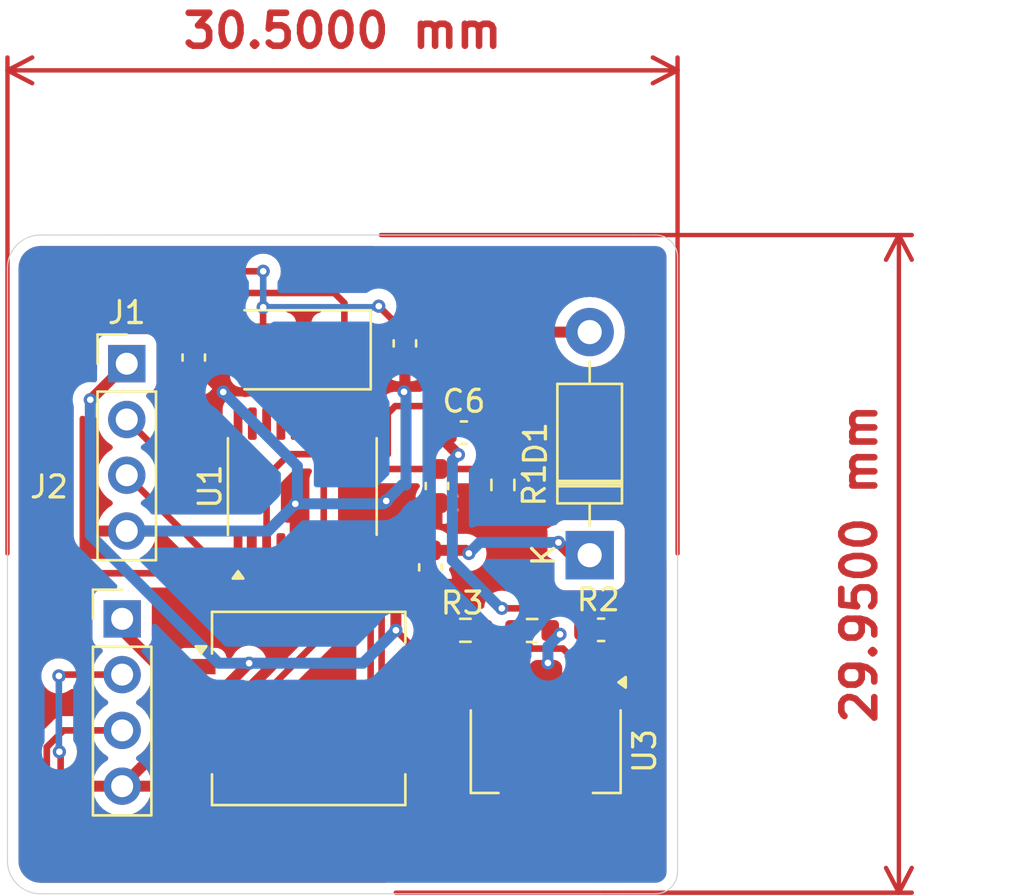
<source format=kicad_pcb>
(kicad_pcb (version 20240108) (generator "pcbnew") (generator_version "8.0")
  (layers (0 "F.Cu" signal) (31 "B.Cu" signal) (34 "B.Paste" user) (35 "F.Paste" user) (36 "B.SilkS" user "B.Silkscreen") (37 "F.SilkS" user "F.Silkscreen") (38 "B.Mask" user) (39 "F.Mask" user) (44 "Edge.Cuts" user))
  (net 0 "")
  (net 1 "GND")
  (net 2 "+5V")
  (net 3 "Net-(U1-PA0)")
  (net 4 "Net-(U1-PC14{slash}PB9)")
  (net 5 "Net-(U1-PC15)")
  (net 6 "UART1_RX")
  (net 7 "UART1_TX")
  (net 8 "UART2_RX")
  (net 9 "UART2_TX")
  (net 26 "Net-(U3-ADJ)")
  (net 27 "3.3V")
  (net 28 "+3.3V")
  (footprint "Capacitor_SMD:C_0603_1608Metric" (layer "F.Cu") (at 118.275 81)
    (property "Reference" "C6" (at 0 -1.43 0) (layer "F.SilkS"))
    (property "Value" "22uF")
    (fp_line (start -0.14058 -0.51) (end 0.14058 -0.51) (stroke (width 0.12)) (layer "F.SilkS"))
    (fp_line (start -0.14058 0.51) (end 0.14058 0.51) (stroke (width 0.12)) (layer "F.SilkS"))
    (pad "1" smd roundrect (at -0.775 0) (size 0.9 0.95) (layers "F.Cu" "F.Paste" "F.Mask") (net 27 "3.3V"))
    (pad "2" smd roundrect (at 0.775 0) (size 0.9 0.95) (layers "F.Cu" "F.Paste" "F.Mask") (net 1 "GND"))
  )
  (footprint "Diode_THT:D_DO-41_SOD81_P10.16mm_Horizontal" (layer "F.Cu") (at 124 86.58 90)
    (property "Reference" "D1" (at 5.08 -2.47 270) (layer "F.SilkS"))
    (property "Value" "1N4007")
    (fp_line (start 7.8 -1.47) (end 2.36 -1.47) (stroke (width 0.12)) (layer "F.SilkS"))
    (fp_line (start 3.38 -1.47) (end 3.38 1.47) (stroke (width 0.12)) (layer "F.SilkS"))
    (fp_line (start 3.26 -1.47) (end 3.26 1.47) (stroke (width 0.12)) (layer "F.SilkS"))
    (fp_line (start 3.14 -1.47) (end 3.14 1.47) (stroke (width 0.12)) (layer "F.SilkS"))
    (fp_line (start 2.36 -1.47) (end 2.36 1.47) (stroke (width 0.12)) (layer "F.SilkS"))
    (fp_line (start 8.82 0) (end 7.8 0) (stroke (width 0.12)) (layer "F.SilkS"))
    (fp_line (start 1.34 0) (end 2.36 0) (stroke (width 0.12)) (layer "F.SilkS"))
    (fp_line (start 7.8 1.47) (end 7.8 -1.47) (stroke (width 0.12)) (layer "F.SilkS"))
    (fp_line (start 2.36 1.47) (end 7.8 1.47) (stroke (width 0.12)) (layer "F.SilkS"))
    (fp_text user "K" (at 0 -2.1 270) (layer "F.SilkS"))
    (pad "1" thru_hole rect (at 0 0 90) (size 2.2 2.2) (drill 1.1) (layers "*.Cu" "*.Mask") (net 2 "+5V"))
    (pad "2" thru_hole oval (at 10.16 0 90) (size 2.2 2.2) (drill 1.1) (layers "*.Cu" "*.Mask") (net 27 "3.3V"))
  )
  (footprint "Resistor_SMD:R_0603_1608Metric" (layer "F.Cu") (at 118.345 90 180)
    (property "Reference" "R3" (at 0.145 1.24 180) (layer "F.SilkS"))
    (property "Value" "R")
    (fp_line (start -0.237258 0.5225) (end 0.237258 0.5225) (stroke (width 0.12)) (layer "F.SilkS"))
    (fp_line (start -0.237258 -0.5225) (end 0.237258 -0.5225) (stroke (width 0.12)) (layer "F.SilkS"))
    (pad "1" smd roundrect (at -0.825 0 180) (size 0.8 0.95) (layers "F.Cu" "F.Paste" "F.Mask") (net 26 "Net-(U3-ADJ)"))
    (pad "2" smd roundrect (at 0.825 0 180) (size 0.8 0.95) (layers "F.Cu" "F.Paste" "F.Mask") (net 1 "GND"))
  )
  (footprint "Package_SO:TSSOP-20_4.4x6.5mm_P0.65mm" (layer "F.Cu") (at 110.92 83.4525 90)
    (property "Reference" "U1" (at 0 -4.2 -90) (layer "F.SilkS"))
    (property "Value" "STM32G030F6Px" (hide yes))
    (fp_line (start 0 -3.385) (end 2.2 -3.385) (stroke (width 0.12)) (layer "F.SilkS"))
    (fp_line (start 0 -3.385) (end -2.2 -3.385) (stroke (width 0.12)) (layer "F.SilkS"))
    (fp_line (start 0 3.385) (end 2.2 3.385) (stroke (width 0.12)) (layer "F.SilkS"))
    (fp_line (start 0 3.385) (end -2.2 3.385) (stroke (width 0.12)) (layer "F.SilkS"))
    (fp_poly (pts (xy -3.86 -2.925) (xy -4.19 -3.165) (xy -4.19 -2.685) (xy -3.86 -2.925)) (stroke (width 0.12)) (fill solid) (layer "F.SilkS"))
    (pad "1" smd roundrect (at -2.8625 -2.925 90) (size 1.475 0.4) (layers "F.Cu" "F.Paste" "F.Mask") (net 6 "UART1_RX"))
    (pad "2" smd roundrect (at -2.8625 -2.275 90) (size 1.475 0.4) (layers "F.Cu" "F.Paste" "F.Mask") (net 4 "Net-(U1-PC14{slash}PB9)"))
    (pad "3" smd roundrect (at -2.8625 -1.625 90) (size 1.475 0.4) (layers "F.Cu" "F.Paste" "F.Mask") (net 5 "Net-(U1-PC15)"))
    (pad "4" smd roundrect (at -2.8625 -0.975 90) (size 1.475 0.4) (layers "F.Cu" "F.Paste" "F.Mask") (net 28 "+3.3V"))
    (pad "5" smd roundrect (at -2.8625 -0.325 90) (size 1.475 0.4) (layers "F.Cu" "F.Paste" "F.Mask") (net 1 "GND"))
    (pad "6" smd roundrect (at -2.8625 0.325 90) (size 1.475 0.4) (layers "F.Cu" "F.Paste" "F.Mask"))
    (pad "7" smd roundrect (at -2.8625 0.975 90) (size 1.475 0.4) (layers "F.Cu" "F.Paste" "F.Mask") (net 3 "Net-(U1-PA0)"))
    (pad "8" smd roundrect (at -2.8625 1.625 90) (size 1.475 0.4) (layers "F.Cu" "F.Paste" "F.Mask"))
    (pad "9" smd roundrect (at -2.8625 2.275 90) (size 1.475 0.4) (layers "F.Cu" "F.Paste" "F.Mask") (net 9 "UART2_TX"))
    (pad "10" smd roundrect (at -2.8625 2.925 90) (size 1.475 0.4) (layers "F.Cu" "F.Paste" "F.Mask") (net 8 "UART2_RX"))
    (pad "11" smd roundrect (at 2.8625 2.925 90) (size 1.475 0.4) (layers "F.Cu" "F.Paste" "F.Mask"))
    (pad "12" smd roundrect (at 2.8625 2.275 90) (size 1.475 0.4) (layers "F.Cu" "F.Paste" "F.Mask"))
    (pad "13" smd roundrect (at 2.8625 1.625 90) (size 1.475 0.4) (layers "F.Cu" "F.Paste" "F.Mask"))
    (pad "14" smd roundrect (at 2.8625 0.975 90) (size 1.475 0.4) (layers "F.Cu" "F.Paste" "F.Mask"))
    (pad "15" smd roundrect (at 2.8625 0.325 90) (size 1.475 0.4) (layers "F.Cu" "F.Paste" "F.Mask"))
    (pad "16" smd roundrect (at 2.8625 -0.325 90) (size 1.475 0.4) (layers "F.Cu" "F.Paste" "F.Mask"))
    (pad "17" smd roundrect (at 2.8625 -0.975 90) (size 1.475 0.4) (layers "F.Cu" "F.Paste" "F.Mask"))
    (pad "18" smd roundrect (at 2.8625 -1.625 90) (size 1.475 0.4) (layers "F.Cu" "F.Paste" "F.Mask"))
    (pad "19" smd roundrect (at 2.8625 -2.275 90) (size 1.475 0.4) (layers "F.Cu" "F.Paste" "F.Mask"))
    (pad "20" smd roundrect (at 2.8625 -2.925 90) (size 1.475 0.4) (layers "F.Cu" "F.Paste" "F.Mask") (net 7 "UART1_TX"))
  )
  (footprint "Connector_PinHeader_2.54mm:PinHeader_1x04_P2.54mm_Vertical" (layer "F.Cu") (at 102.93 77.86)
    (property "Reference" "J1" (at 0 -2.33 0) (layer "F.SilkS"))
    (property "Value" "Conn_01x04_Pin")
    (fp_line (start -1.33 -1.33) (end 0 -1.33) (stroke (width 0.12)) (layer "F.SilkS"))
    (fp_line (start -1.33 0) (end -1.33 -1.33) (stroke (width 0.12)) (layer "F.SilkS"))
    (fp_line (start -1.33 1.27) (end -1.33 8.95) (stroke (width 0.12)) (layer "F.SilkS"))
    (fp_line (start -1.33 1.27) (end 1.33 1.27) (stroke (width 0.12)) (layer "F.SilkS"))
    (fp_line (start -1.33 8.95) (end 1.33 8.95) (stroke (width 0.12)) (layer "F.SilkS"))
    (fp_line (start 1.33 1.27) (end 1.33 8.95) (stroke (width 0.12)) (layer "F.SilkS"))
    (pad "1" thru_hole rect (at 0 0) (size 1.7 1.7) (drill 1) (layers "*.Cu" "*.Mask") (net 2 "+5V"))
    (pad "2" thru_hole oval (at 0 2.54) (size 1.7 1.7) (drill 1) (layers "*.Cu" "*.Mask") (net 7 "UART1_TX"))
    (pad "3" thru_hole oval (at 0 5.08) (size 1.7 1.7) (drill 1) (layers "*.Cu" "*.Mask") (net 6 "UART1_RX"))
    (pad "4" thru_hole oval (at 0 7.62) (size 1.7 1.7) (drill 1) (layers "*.Cu" "*.Mask") (net 1 "GND"))
  )
  (footprint "Package_TO_SOT_SMD:SOT-223-3_TabPin2" (layer "F.Cu") (at 122 95.5 -90)
    (property "Reference" "U3" (at 0 -4.5 90) (layer "F.SilkS"))
    (property "Value" "AMS1117")
    (fp_line (start -1.85 3.41) (end 1.91 3.41) (stroke (width 0.12)) (layer "F.SilkS"))
    (fp_line (start 1.91 3.41) (end 1.91 2.15) (stroke (width 0.12)) (layer "F.SilkS"))
    (fp_line (start -1.85 -3.41) (end 1.91 -3.41) (stroke (width 0.12)) (layer "F.SilkS"))
    (fp_line (start 1.91 -3.41) (end 1.91 -2.15) (stroke (width 0.12)) (layer "F.SilkS"))
    (fp_poly (pts (xy -3.13 -3.31) (xy -3.37 -3.64) (xy -2.89 -3.64) (xy -3.13 -3.31)) (stroke (width 0.12)) (fill solid) (layer "F.SilkS"))
    (pad "1" smd roundrect (at -3.15 -2.3 270) (size 2 1.5) (layers "F.Cu" "F.Paste" "F.Mask") (net 26 "Net-(U3-ADJ)"))
    (pad "2" smd roundrect (at -3.15 0 270) (size 2 1.5) (layers "F.Cu" "F.Paste" "F.Mask") (net 27 "3.3V"))
    (pad "2" smd roundrect (at 3.15 0 270) (size 2 3.8) (layers "F.Cu" "F.Paste" "F.Mask") (net 27 "3.3V"))
    (pad "3" smd roundrect (at -3.15 2.3 270) (size 2 1.5) (layers "F.Cu" "F.Paste" "F.Mask") (net 2 "+5V"))
  )
  (footprint "Capacitor_SMD:C_0603_1608Metric" (layer "F.Cu") (at 116.75 87.135 -90)
    (property "Reference" "C1" (hide yes))
    (property "Value" "100nf")
    (fp_line (start -0.14058 0.51) (end 0.14058 0.51) (stroke (width 0.12)) (layer "F.SilkS"))
    (fp_line (start -0.14058 -0.51) (end 0.14058 -0.51) (stroke (width 0.12)) (layer "F.SilkS"))
    (pad "1" smd roundrect (at -0.775 0 270) (size 0.9 0.95) (layers "F.Cu" "F.Paste" "F.Mask") (net 2 "+5V"))
    (pad "2" smd roundrect (at 0.775 0 270) (size 0.9 0.95) (layers "F.Cu" "F.Paste" "F.Mask") (net 1 "GND"))
  )
  (footprint "Connector_PinHeader_2.54mm:PinHeader_1x04_P2.54mm_Vertical" (layer "F.Cu") (at 102.72 89.48)
    (property "Reference" "J2" (at -3.33 -6.01 0) (layer "F.SilkS"))
    (property "Value" "Conn_01x04_Pin" (hide yes))
    (fp_line (start -1.33 -1.33) (end 0 -1.33) (stroke (width 0.12)) (layer "F.SilkS"))
    (fp_line (start -1.33 0) (end -1.33 -1.33) (stroke (width 0.12)) (layer "F.SilkS"))
    (fp_line (start -1.33 1.27) (end -1.33 8.95) (stroke (width 0.12)) (layer "F.SilkS"))
    (fp_line (start -1.33 1.27) (end 1.33 1.27) (stroke (width 0.12)) (layer "F.SilkS"))
    (fp_line (start -1.33 8.95) (end 1.33 8.95) (stroke (width 0.12)) (layer "F.SilkS"))
    (fp_line (start 1.33 1.27) (end 1.33 8.95) (stroke (width 0.12)) (layer "F.SilkS"))
    (pad "1" thru_hole rect (at 0 0) (size 1.7 1.7) (drill 1) (layers "*.Cu" "*.Mask") (net 2 "+5V"))
    (pad "2" thru_hole oval (at 0 2.54) (size 1.7 1.7) (drill 1) (layers "*.Cu" "*.Mask") (net 9 "UART2_TX"))
    (pad "3" thru_hole oval (at 0 5.08) (size 1.7 1.7) (drill 1) (layers "*.Cu" "*.Mask") (net 8 "UART2_RX"))
    (pad "4" thru_hole oval (at 0 7.62) (size 1.7 1.7) (drill 1) (layers "*.Cu" "*.Mask") (net 1 "GND"))
  )
  (footprint "Sensor_Pressure:Freescale_98ARH99089A" (layer "F.Cu") (at 111.21 93.56)
    (property "Reference" "U2" (hide yes))
    (property "Value" "MPXA6115A")
    (fp_line (start -4.4 -4.4) (end -4.4 -2.5) (stroke (width 0.12)) (layer "F.SilkS"))
    (fp_line (start -4.4 4.4) (end -4.4 3) (stroke (width 0.12)) (layer "F.SilkS"))
    (fp_line (start 4.4 -4.4) (end -4.4 -4.4) (stroke (width 0.12)) (layer "F.SilkS"))
    (fp_line (start 4.4 -3) (end 4.4 -4.4) (stroke (width 0.12)) (layer "F.SilkS"))
    (fp_line (start 4.4 3) (end 4.4 4.4) (stroke (width 0.12)) (layer "F.SilkS"))
    (fp_line (start 4.4 4.4) (end -4.4 4.4) (stroke (width 0.12)) (layer "F.SilkS"))
    (fp_poly (pts (xy -4.9 -2.5) (xy -5.14 -2.83) (xy -4.66 -2.83) (xy -4.9 -2.5)) (stroke (width 0.12)) (fill solid) (layer "F.SilkS"))
    (pad "1" smd rect (at -4.9149 -1.905) (size 1.35 0.7) (layers "F.Cu" "F.Paste" "F.Mask"))
    (pad "2" smd rect (at -4.9149 -0.635) (size 1.35 0.7) (layers "F.Cu" "F.Paste" "F.Mask") (net 2 "+5V"))
    (pad "3" smd rect (at -4.9149 0.635) (size 1.35 0.7) (layers "F.Cu" "F.Paste" "F.Mask") (net 1 "GND"))
    (pad "4" smd rect (at -4.9149 1.905) (size 1.35 0.7) (layers "F.Cu" "F.Paste" "F.Mask") (net 3 "Net-(U1-PA0)"))
    (pad "5" smd rect (at 4.9149 1.905) (size 1.35 0.7) (layers "F.Cu" "F.Paste" "F.Mask"))
    (pad "6" smd rect (at 4.9149 0.635) (size 1.35 0.7) (layers "F.Cu" "F.Paste" "F.Mask"))
    (pad "7" smd rect (at 4.9149 -0.635) (size 1.35 0.7) (layers "F.Cu" "F.Paste" "F.Mask"))
    (pad "8" smd rect (at 4.9149 -1.905) (size 1.35 0.7) (layers "F.Cu" "F.Paste" "F.Mask"))
  )
  (footprint "Crystal:Crystal_SMD_5032-2Pin_5.0x3.2mm" (layer "F.Cu") (at 110.985 77.225 180)
    (property "Reference" "Y1" (hide yes))
    (property "Value" "8mHz")
    (fp_line (start 2.7 -1.8) (end -3.05 -1.8) (stroke (width 0.12)) (layer "F.SilkS"))
    (fp_line (start -3.05 1.8) (end 2.7 1.8) (stroke (width 0.12)) (layer "F.SilkS"))
    (fp_line (start -3.05 -1.8) (end -3.05 1.8) (stroke (width 0.12)) (layer "F.SilkS"))
    (pad "1" smd rect (at -1.85 0 180) (size 2 2.4) (layers "F.Cu" "F.Paste" "F.Mask") (net 5 "Net-(U1-PC15)"))
    (pad "2" smd rect (at 1.85 0 180) (size 2 2.4) (layers "F.Cu" "F.Paste" "F.Mask") (net 4 "Net-(U1-PC14{slash}PB9)"))
  )
  (footprint "Capacitor_SMD:C_0603_1608Metric" (layer "F.Cu") (at 124.52 89.98 180)
    (property "Reference" "C5" (hide yes))
    (property "Value" "10uF")
    (fp_line (start -0.14058 0.51) (end 0.14058 0.51) (stroke (width 0.12)) (layer "F.SilkS"))
    (fp_line (start -0.14058 -0.51) (end 0.14058 -0.51) (stroke (width 0.12)) (layer "F.SilkS"))
    (pad "1" smd roundrect (at -0.775 0 180) (size 0.9 0.95) (layers "F.Cu" "F.Paste" "F.Mask") (net 26 "Net-(U3-ADJ)"))
    (pad "2" smd roundrect (at 0.775 0 180) (size 0.9 0.95) (layers "F.Cu" "F.Paste" "F.Mask") (net 1 "GND"))
  )
  (footprint "Capacitor_SMD:C_0603_1608Metric" (layer "F.Cu") (at 105.98 77.58 90)
    (property "Reference" "C4" (hide yes))
    (property "Value" "20pf")
    (fp_line (start -0.14058 -0.51) (end 0.14058 -0.51) (stroke (width 0.12)) (layer "F.SilkS"))
    (fp_line (start -0.14058 0.51) (end 0.14058 0.51) (stroke (width 0.12)) (layer "F.SilkS"))
    (pad "1" smd roundrect (at -0.775 0 90) (size 0.9 0.95) (layers "F.Cu" "F.Paste" "F.Mask") (net 1 "GND"))
    (pad "2" smd roundrect (at 0.775 0 90) (size 0.9 0.95) (layers "F.Cu" "F.Paste" "F.Mask") (net 5 "Net-(U1-PC15)"))
  )
  (footprint "Capacitor_SMD:C_0603_1608Metric" (layer "F.Cu") (at 115.59 76.935 90)
    (property "Reference" "C3" (hide yes))
    (property "Value" "10pf" (hide yes))
    (fp_line (start -0.14058 -0.51) (end 0.14058 -0.51) (stroke (width 0.12)) (layer "F.SilkS"))
    (fp_line (start -0.14058 0.51) (end 0.14058 0.51) (stroke (width 0.12)) (layer "F.SilkS"))
    (pad "1" smd roundrect (at -0.775 0 90) (size 0.9 0.95) (layers "F.Cu" "F.Paste" "F.Mask") (net 1 "GND"))
    (pad "2" smd roundrect (at 0.775 0 90) (size 0.9 0.95) (layers "F.Cu" "F.Paste" "F.Mask") (net 4 "Net-(U1-PC14{slash}PB9)"))
  )
  (footprint "Resistor_SMD:R_0603_1608Metric" (layer "F.Cu") (at 120.05 83.38 -90)
    (property "Reference" "R1" (at 0 -1.43 -90) (layer "F.SilkS"))
    (property "Value" "15k")
    (fp_line (start -0.237258 0.5225) (end 0.237258 0.5225) (stroke (width 0.12)) (layer "F.SilkS"))
    (fp_line (start -0.237258 -0.5225) (end 0.237258 -0.5225) (stroke (width 0.12)) (layer "F.SilkS"))
    (pad "1" smd roundrect (at -0.825 0 270) (size 0.8 0.95) (layers "F.Cu" "F.Paste" "F.Mask") (net 3 "Net-(U1-PA0)"))
    (pad "2" smd roundrect (at 0.825 0 270) (size 0.8 0.95) (layers "F.Cu" "F.Paste" "F.Mask") (net 1 "GND"))
  )
  (footprint "Capacitor_SMD:C_0603_1608Metric" (layer "F.Cu") (at 117.05 83.43 -90)
    (property "Reference" "C2" (hide yes))
    (property "Value" "47pf")
    (fp_line (start -0.14058 0.51) (end 0.14058 0.51) (stroke (width 0.12)) (layer "F.SilkS"))
    (fp_line (start -0.14058 -0.51) (end 0.14058 -0.51) (stroke (width 0.12)) (layer "F.SilkS"))
    (pad "1" smd roundrect (at -0.775 0 270) (size 0.9 0.95) (layers "F.Cu" "F.Paste" "F.Mask") (net 3 "Net-(U1-PA0)"))
    (pad "2" smd roundrect (at 0.775 0 270) (size 0.9 0.95) (layers "F.Cu" "F.Paste" "F.Mask") (net 1 "GND"))
  )
  (footprint "Resistor_SMD:R_0603_1608Metric" (layer "F.Cu") (at 121.38 90.01 180)
    (property "Reference" "R2" (at -3.01 1.4 180) (layer "F.SilkS"))
    (property "Value" "R")
    (fp_line (start -0.237258 0.5225) (end 0.237258 0.5225) (stroke (width 0.12)) (layer "F.SilkS"))
    (fp_line (start -0.237258 -0.5225) (end 0.237258 -0.5225) (stroke (width 0.12)) (layer "F.SilkS"))
    (pad "1" smd roundrect (at -0.825 0 180) (size 0.8 0.95) (layers "F.Cu" "F.Paste" "F.Mask") (net 27 "3.3V"))
    (pad "2" smd roundrect (at 0.825 0 180) (size 0.8 0.95) (layers "F.Cu" "F.Paste" "F.Mask") (net 26 "Net-(U3-ADJ)"))
  )
  (gr_line (start 126 72) (end 127 72) (stroke (width 0.05)) (layer "Edge.Cuts"))
  (gr_line (start 125.5 102) (end 127 102) (stroke (width 0.05)) (layer "Edge.Cuts"))
  (gr_line (start 128 73) (end 128 101) (stroke (width 0.05)) (layer "Edge.Cuts"))
  (gr_line (start 99 102) (end 124.5 102) (stroke (width 0.05)) (layer "Edge.Cuts"))
  (gr_line (start 102 72) (end 100.5 72) (stroke (width 0.05)) (layer "Edge.Cuts"))
  (gr_line (start 124.5 102) (end 125.5 102) (stroke (width 0.05)) (layer "Edge.Cuts"))
  (gr_line (start 102 72) (end 126 72) (stroke (width 0.05)) (layer "Edge.Cuts"))
  (gr_line (start 100.5 72) (end 99 72) (stroke (width 0.05)) (layer "Edge.Cuts"))
  (gr_arc (start 127 72) (mid 127.707107 72.292893) (end 128 73) (stroke (width 0.05)) (layer "Edge.Cuts"))
  (gr_arc (start 128 101) (mid 127.707107 101.707107) (end 127 102) (stroke (width 0.05)) (layer "Edge.Cuts"))
  (gr_line (start 97.5 73.5) (end 97.5 100.5) (stroke (width 0.05)) (layer "Edge.Cuts"))
  (gr_arc (start 99 102) (mid 97.93934 101.56066) (end 97.5 100.5) (stroke (width 0.05)) (layer "Edge.Cuts"))
  (gr_arc (start 97.5 73.5) (mid 97.93934 72.43934) (end 99 72) (stroke (width 0.05)) (layer "Edge.Cuts"))
  (dimension (type aligned) (layer "F.Cu") (pts (xy 97.5 87) (xy 128 87)) (height -22.5) (gr_text "30.5000 mm" (at 112.75 62.7 0) (layer "F.Cu") (effects (font (size 1.5 1.5) (thickness 0.3)))) (format (prefix "") (suffix "") (units 3) (units_format 1) (precision 4)) (style (thickness 0.2) (arrow_length 1.27) (text_position_mode 0) (extension_height 0.58642) (extension_offset 0.5) keep_text_aligned))
  (dimension (type orthogonal) (layer "F.Cu") (pts (xy 114 72) (xy 114.675 101.95)) (height 24.075) (orientation 1) (gr_text "29.9500 mm" (at 136.275 86.975 90) (layer "F.Cu") (effects (font (size 1.5 1.5) (thickness 0.3)))) (format (prefix "") (suffix "") (units 3) (units_format 1) (precision 4)) (style (thickness 0.2) (arrow_length 1.27) (text_position_mode 0) (extension_height 0.58642) (extension_offset 0.5) keep_text_aligned))
  (segment (start 110.595 90.5501) (end 106.9501 94.195) (width 0.5) (layer "F.Cu") (net 1))
  (segment (start 120.05 84.205) (end 120.505 84.205) (width 0.5) (layer "F.Cu") (net 1))
  (segment (start 120.05 83.74) (end 120.05 84.205) (width 0.5) (layer "F.Cu") (net 1))
  (segment (start 121.26 87.91) (end 121.335 87.835) (width 0.5) (layer "F.Cu") (net 1))
  (segment (start 123.745 89.425) (end 123.745 89.98) (width 0.5) (layer "F.Cu") (net 1))
  (segment (start 110.595 86.315) (end 110.595 90.5501) (width 0.5) (layer "F.Cu") (net 1))
  (segment (start 120.505 84.205) (end 121.83 85.53) (width 0.5) (layer "F.Cu") (net 1))
  (segment (start 117.05 84.205) (end 120.05 84.205) (width 0.5) (layer "F.Cu") (net 1))
  (segment (start 120.5 81) (end 121.5 82) (width 0.5) (layer "F.Cu") (net 1))
  (segment (start 116.75 87.91) (end 121.26 87.91) (width 0.5) (layer "F.Cu") (net 1))
  (segment (start 116.75 89.16005) (end 117.554975 89.965025) (width 0.5) (layer "F.Cu") (net 1))
  (segment (start 117.05 84.205) (end 114.835 84.205) (width 0.5) (layer "F.Cu") (net 1))
  (segment (start 114.835 84.205) (end 114.74 84.11) (width 0.5) (layer "F.Cu") (net 1))
  (segment (start 121.5 82) (end 121.5 83.5) (width 0.5) (layer "F.Cu") (net 1))
  (segment (start 106.2951 94.195) (end 105.625 94.195) (width 0.5) (layer "F.Cu") (net 1))
  (segment (start 121.83 85.53) (end 121.83 87.34) (width 0.5) (layer "F.Cu") (net 1))
  (segment (start 119.05 81) (end 120.5 81) (width 0.5) (layer "F.Cu") (net 1))
  (segment (start 115.59 79.1) (end 115.55 79.14) (width 0.5) (layer "F.Cu") (net 1))
  (segment (start 116.75 87.91) (end 116.75 89.16005) (width 0.5) (layer "F.Cu") (net 1))
  (segment (start 122.8 88.48) (end 123.745 89.425) (width 0.5) (layer "F.Cu") (net 1))
  (segment (start 106.9501 94.195) (end 106.2951 94.195) (width 0.5) (layer "F.Cu") (net 1))
  (segment (start 105.98 78.355) (end 106.525 78.355) (width 0.5) (layer "F.Cu") (net 1))
  (segment (start 121.26 83.74) (end 120.05 83.74) (width 0.5) (layer "F.Cu") (net 1))
  (segment (start 121.335 87.835) (end 121.83 87.34) (width 0.5) (layer "F.Cu") (net 1))
  (segment (start 110.595 84.245) (end 110.6 84.24) (width 0.5) (layer "F.Cu") (net 1))
  (segment (start 105.625 94.195) (end 102.72 97.1) (width 0.5) (layer "F.Cu") (net 1))
  (segment (start 122.8 88.48) (end 121.98 88.48) (width 0.5) (layer "F.Cu") (net 1))
  (segment (start 121.5 83.5) (end 121.26 83.74) (width 0.5) (layer "F.Cu") (net 1))
  (segment (start 115.59 77.71) (end 115.59 79.1) (width 0.5) (layer "F.Cu") (net 1))
  (segment (start 121.98 88.48) (end 121.335 87.835) (width 0.5) (layer "F.Cu") (net 1))
  (segment (start 110.595 86.315) (end 110.595 84.245) (width 0.5) (layer "F.Cu") (net 1))
  (segment (start 106.525 78.355) (end 107.32 79.15) (width 0.5) (layer "F.Cu") (net 1))
  (via (at 110.6 84.24) (size 0.6) (drill 0.3) (layers "F.Cu" "B.Cu") (net 1))
  (via (at 114.74 84.11) (size 0.6) (drill 0.3) (layers "F.Cu" "B.Cu") (net 1))
  (via (at 107.32 79.15) (size 0.6) (drill 0.3) (layers "F.Cu" "B.Cu") (net 1))
  (via (at 115.55 79.14) (size 0.6) (drill 0.3) (layers "F.Cu" "B.Cu") (net 1))
  (segment (start 110.695 82.525) (end 107.32 79.15) (width 0.5) (layer "B.Cu") (net 1))
  (segment (start 114.74 84.11) (end 115.47 83.38) (width 0.5) (layer "B.Cu") (net 1))
  (segment (start 115.64 79.23) (end 115.55 79.14) (width 0.5) (layer "B.Cu") (net 1))
  (segment (start 114.61 84.24) (end 114.74 84.11) (width 0.5) (layer "B.Cu") (net 1))
  (segment (start 110.695 84.145) (end 110.695 82.525) (width 0.5) (layer "B.Cu") (net 1))
  (segment (start 109.36 85.48) (end 110.6 84.24) (width 0.5) (layer "B.Cu") (net 1))
  (segment (start 110.6 84.24) (end 114.61 84.24) (width 0.5) (layer "B.Cu") (net 1))
  (segment (start 110.6 84.24) (end 110.695 84.145) (width 0.5) (layer "B.Cu") (net 1))
  (segment (start 102.93 85.48) (end 109.36 85.48) (width 0.5) (layer "B.Cu") (net 1))
  (segment (start 115.64 83.38) (end 115.64 79.23) (width 0.5) (layer "B.Cu") (net 1))
  (segment (start 115.47 83.38) (end 115.64 83.38) (width 0.5) (layer "B.Cu") (net 1))
  (segment (start 105.6401 92.925) (end 102.72 90.0049) (width 0.5) (layer "F.Cu") (net 2))
  (segment (start 118.36 86.36) (end 118.5 86.5) (width 0.5) (layer "F.Cu") (net 2))
  (segment (start 116.135 90.955) (end 115.18 90) (width 0.3) (layer "F.Cu") (net 2))
  (segment (start 101.27 79.5) (end 101.29 79.5) (width 0.5) (layer "F.Cu") (net 2))
  (segment (start 119.7 92.35) (end 118.305 90.955) (width 0.3) (layer "F.Cu") (net 2))
  (segment (start 108.5 91.5) (end 107.075 92.925) (width 0.5) (layer "F.Cu") (net 2))
  (segment (start 123.16 86.58) (end 122.58 86) (width 0.5) (layer "F.Cu") (net 2))
  (segment (start 101.29 79.5) (end 102.93 77.86) (width 0.5) (layer "F.Cu") (net 2))
  (segment (start 115.93 86.36) (end 115.18 87.11) (width 0.5) (layer "F.Cu") (net 2))
  (segment (start 115.18 87.11) (end 115.18 90) (width 0.5) (layer "F.Cu") (net 2))
  (segment (start 116.75 86.36) (end 115.93 86.36) (width 0.5) (layer "F.Cu") (net 2))
  (segment (start 115.22 89.96) (end 115.18 90) (width 0.5) (layer "F.Cu") (net 2))
  (segment (start 124 86.58) (end 123.16 86.58) (width 0.5) (layer "F.Cu") (net 2))
  (segment (start 118.305 90.955) (end 116.135 90.955) (width 0.3) (layer "F.Cu") (net 2))
  (segment (start 102.72 90.0049) (end 102.72 89.48) (width 0.5) (layer "F.Cu") (net 2))
  (segment (start 106.2951 92.925) (end 105.6401 92.925) (width 0.5) (layer "F.Cu") (net 2))
  (segment (start 107.075 92.925) (end 106.2951 92.925) (width 0.5) (layer "F.Cu") (net 2))
  (segment (start 116.75 86.36) (end 118.36 86.36) (width 0.5) (layer "F.Cu") (net 2))
  (via (at 118.5 86.5) (size 0.6) (drill 0.3) (layers "F.Cu" "B.Cu") (net 2))
  (via (at 115.18 90) (size 0.6) (drill 0.3) (layers "F.Cu" "B.Cu") (net 2))
  (via (at 101.27 79.5) (size 0.6) (drill 0.3) (layers "F.Cu" "B.Cu") (net 2))
  (via (at 122.58 86) (size 0.6) (drill 0.3) (layers "F.Cu" "B.Cu") (net 2))
  (via (at 108.5 91.5) (size 0.6) (drill 0.3) (layers "F.Cu" "B.Cu") (net 2))
  (segment (start 113.68 91.5) (end 109 91.5) (width 0.5) (layer "B.Cu") (net 2))
  (segment (start 119 86) (end 122.58 86) (width 0.5) (layer "B.Cu") (net 2))
  (segment (start 107.111522 91.5) (end 101.27 85.658478) (width 0.5) (layer "B.Cu") (net 2))
  (segment (start 101.27 85.658478) (end 101.27 79.5) (width 0.5) (layer "B.Cu") (net 2))
  (segment (start 109 91.5) (end 108.5 91.5) (width 0.5) (layer "B.Cu") (net 2))
  (segment (start 118.5 86.5) (end 119 86) (width 0.5) (layer "B.Cu") (net 2))
  (segment (start 109 91.5) (end 107.111522 91.5) (width 0.5) (layer "B.Cu") (net 2))
  (segment (start 115.18 90) (end 113.68 91.5) (width 0.5) (layer "B.Cu") (net 2))
  (segment (start 112.405 82.655) (end 111.895 83.165) (width 0.3) (layer "F.Cu") (net 3))
  (segment (start 106.6201 95.465) (end 111.89 90.1951) (width 0.3) (layer "F.Cu") (net 3))
  (segment (start 118.845 82.655) (end 117.05 82.655) (width 0.3) (layer "F.Cu") (net 3))
  (segment (start 117.05 82.655) (end 112.405 82.655) (width 0.3) (layer "F.Cu") (net 3))
  (segment (start 111.89 90.1951) (end 111.89 86.6775) (width 0.3) (layer "F.Cu") (net 3))
  (segment (start 111.895 83.165) (end 111.895 86.315) (width 0.3) (layer "F.Cu") (net 3))
  (segment (start 106.2951 95.465) (end 106.6201 95.465) (width 0.3) (layer "F.Cu") (net 3))
  (segment (start 120.05 83.06) (end 119.25 83.06) (width 0.3) (layer "F.Cu") (net 3))
  (segment (start 119.25 83.06) (end 118.845 82.655) (width 0.3) (layer "F.Cu") (net 3))
  (segment (start 109.135 75.295) (end 109.14 75.29) (width 0.3) (layer "F.Cu") (net 4))
  (segment (start 100.13 86.76) (end 100.13 75.29) (width 0.3) (layer "F.Cu") (net 4))
  (segment (start 108.545 85.477501) (end 108.545 87.141668) (width 0.3) (layer "F.Cu") (net 4))
  (segment (start 109.135 77.225) (end 109.135 75.295) (width 0.3) (layer "F.Cu") (net 4))
  (segment (start 115.32 76.16) (end 114.4 75.24) (width 0.3) (layer "F.Cu") (net 4))
  (segment (start 108.284168 87.4025) (end 100.7725 87.4025) (width 0.3) (layer "F.Cu") (net 4))
  (segment (start 115.59 76.16) (end 115.32 76.16) (width 0.3) (layer "F.Cu") (net 4))
  (segment (start 101.77 73.65) (end 109.14 73.65) (width 0.3) (layer "F.Cu") (net 4))
  (segment (start 108.645 86.315) (end 108.645 85.577501) (width 0.3) (layer "F.Cu") (net 4))
  (segment (start 100.7725 87.4025) (end 100.13 86.76) (width 0.3) (layer "F.Cu") (net 4))
  (segment (start 108.645 85.577501) (end 108.545 85.477501) (width 0.3) (layer "F.Cu") (net 4))
  (segment (start 100.13 75.29) (end 101.77 73.65) (width 0.3) (layer "F.Cu") (net 4))
  (segment (start 108.545 87.141668) (end 108.284168 87.4025) (width 0.3) (layer "F.Cu") (net 4))
  (via (at 114.4 75.24) (size 0.6) (drill 0.3) (layers "F.Cu" "B.Cu") (net 4))
  (via (at 109.14 73.65) (size 0.6) (drill 0.3) (layers "F.Cu" "B.Cu") (net 4))
  (via (at 109.14 75.29) (size 0.6) (drill 0.3) (layers "F.Cu" "B.Cu") (net 4))
  (segment (start 109.14 73.65) (end 109.14 75.29) (width 0.3) (layer "B.Cu") (net 4))
  (segment (start 114.35 75.29) (end 114.4 75.24) (width 0.3) (layer "B.Cu") (net 4))
  (segment (start 109.14 75.29) (end 114.35 75.29) (width 0.3) (layer "B.Cu") (net 4))
  (segment (start 105.98 75.34) (end 105.95 75.31) (width 0.3) (layer "F.Cu") (net 5))
  (segment (start 116.45 74.24) (end 117.43 75.22) (width 0.3) (layer "F.Cu") (net 5))
  (segment (start 105.98 76.805) (end 105.98 75.34) (width 0.3) (layer "F.Cu") (net 5))
  (segment (start 106.36 74.64) (end 112.38 74.64) (width 0.3) (layer "F.Cu") (net 5))
  (segment (start 117.41 78.99) (end 116.61 79.79) (width 0.3) (layer "F.Cu") (net 5))
  (segment (start 112.38 74.64) (end 112.475 74.545) (width 0.3) (layer "F.Cu") (net 5))
  (segment (start 117.43 75.22) (end 117.43 75.39) (width 0.3) (layer "F.Cu") (net 5))
  (segment (start 112.78 74.24) (end 116.45 74.24) (width 0.3) (layer "F.Cu") (net 5))
  (segment (start 109.295 83.005) (end 110.32 81.98) (width 0.3) (layer "F.Cu") (net 5))
  (segment (start 112.475 74.545) (end 112.78 74.24) (width 0.3) (layer "F.Cu") (net 5))
  (segment (start 117.41 75.41) (end 117.41 78.99) (width 0.3) (layer "F.Cu") (net 5))
  (segment (start 105.95 75.05) (end 106.36 74.64) (width 0.3) (layer "F.Cu") (net 5))
  (segment (start 117.43 75.39) (end 117.41 75.41) (width 0.3) (layer "F.Cu") (net 5))
  (segment (start 112.38 74.64) (end 112.835 75.095) (width 0.3) (layer "F.Cu") (net 5))
  (segment (start 112.835 75.095) (end 112.835 77.225) (width 0.3) (layer "F.Cu") (net 5))
  (segment (start 109.295 86.315) (end 109.295 83.005) (width 0.3) (layer "F.Cu") (net 5))
  (segment (start 114.81 80.13) (end 115.15 79.79) (width 0.3) (layer "F.Cu") (net 5))
  (segment (start 105.95 75.31) (end 105.95 75.05) (width 0.3) (layer "F.Cu") (net 5))
  (segment (start 115.15 79.79) (end 116.61 79.79) (width 0.3) (layer "F.Cu") (net 5))
  (segment (start 110.32 81.98) (end 114.81 81.98) (width 0.3) (layer "F.Cu") (net 5))
  (segment (start 114.81 81.98) (end 114.81 80.13) (width 0.3) (layer "F.Cu") (net 5))
  (segment (start 102.93 82.94) (end 106.6675 86.6775) (width 0.3) (layer "F.Cu") (net 6))
  (segment (start 106.6675 86.6775) (end 107.99 86.6775) (width 0.3) (layer "F.Cu") (net 6))
  (segment (start 107.06 83.85) (end 104.97 83.85) (width 0.3) (layer "F.Cu") (net 7))
  (segment (start 107.995 80.59) (end 107.995 82.915) (width 0.3) (layer "F.Cu") (net 7))
  (segment (start 107.995 82.915) (end 107.06 83.85) (width 0.3) (layer "F.Cu") (net 7))
  (segment (start 104.97 83.85) (end 104.97 82.44) (width 0.3) (layer "F.Cu") (net 7))
  (segment (start 104.97 82.44) (end 102.93 80.4) (width 0.3) (layer "F.Cu") (net 7))
  (segment (start 99.38 95.23) (end 99.28 95.33) (width 0.3) (layer "F.Cu") (net 8))
  (segment (start 100.05 94.56) (end 99.38 95.23) (width 0.3) (layer "F.Cu") (net 8))
  (segment (start 99.87 100.36) (end 99.29 99.78) (width 0.3) (layer "F.Cu") (net 8))
  (segment (start 114.53 87.3675) (end 113.84 86.6775) (width 0.3) (layer "F.Cu") (net 8))
  (segment (start 114.53 99.2) (end 114.53 87.3675) (width 0.3) (layer "F.Cu") (net 8))
  (segment (start 99.29 99.78) (end 99.29 95.32) (width 0.3) (layer "F.Cu") (net 8))
  (segment (start 102.72 94.56) (end 100.05 94.56) (width 0.3) (layer "F.Cu") (net 8))
  (segment (start 113.37 100.36) (end 99.87 100.36) (width 0.3) (layer "F.Cu") (net 8))
  (segment (start 113.37 100.36) (end 114.53 99.2) (width 0.3) (layer "F.Cu") (net 8))
  (segment (start 99.29 95.32) (end 99.38 95.23) (width 0.3) (layer "F.Cu") (net 8))
  (segment (start 113.195 87.375) (end 113.195 86.315) (width 0.3) (layer "F.Cu") (net 9))
  (segment (start 99.9 92.02) (end 99.84 92.08) (width 0.3) (layer "F.Cu") (net 9))
  (segment (start 114.03 98.66) (end 114.03 88.21) (width 0.3) (layer "F.Cu") (net 9))
  (segment (start 113.32 99.29) (end 113.95 98.66) (width 0.3) (layer "F.Cu") (net 9))
  (segment (start 100.48 99.29) (end 113.32 99.29) (width 0.3) (layer "F.Cu") (net 9))
  (segment (start 113.95 98.66) (end 114.03 98.66) (width 0.3) (layer "F.Cu") (net 9))
  (segment (start 102.72 92.02) (end 99.9 92.02) (width 0.3) (layer "F.Cu") (net 9))
  (segment (start 99.84 92.08) (end 99.87 92.08) (width 0.3) (layer "F.Cu") (net 9))
  (segment (start 99.92 98.73) (end 100.48 99.29) (width 0.3) (layer "F.Cu") (net 9))
  (segment (start 99.87 92.08) (end 99.97 92.18) (width 0.3) (layer "F.Cu") (net 9))
  (segment (start 99.863277 95.533277) (end 99.76 95.636554) (width 0.3) (layer "F.Cu") (net 9))
  (segment (start 99.92 95.609239) (end 99.92 98.73) (width 0.3) (layer "F.Cu") (net 9))
  (segment (start 114.03 88.21) (end 113.195 87.375) (width 0.3) (layer "F.Cu") (net 9))
  (via (at 99.863277 95.533277) (size 0.6) (drill 0.3) (layers "F.Cu" "B.Cu") (net 9))
  (via (at 99.84 92.08) (size 0.6) (drill 0.3) (layers "F.Cu" "B.Cu") (net 9))
  (segment (start 99.84 95.322685) (end 99.84 92.08) (width 0.3) (layer "B.Cu") (net 9))
  (segment (start 125.295 89.98) (end 125.295 91.355) (width 0.3) (layer "F.Cu") (net 26))
  (segment (start 120.155 90) (end 120.165 90.01) (width 0.3) (layer "F.Cu") (net 26))
  (segment (start 119.17 90) (end 120.545 90) (width 0.3) (layer "F.Cu") (net 26))
  (segment (start 122.785 90.835) (end 124.3 92.35) (width 0.3) (layer "F.Cu") (net 26))
  (segment (start 120.545 90) (end 120.555 90.01) (width 0.3) (layer "F.Cu") (net 26))
  (segment (start 120.555 90.01) (end 121.38 90.835) (width 0.3) (layer "F.Cu") (net 26))
  (segment (start 121.38 90.835) (end 122.785 90.835) (width 0.3) (layer "F.Cu") (net 26))
  (segment (start 125.295 91.355) (end 124.3 92.35) (width 0.3) (layer "F.Cu") (net 26))
  (segment (start 122.65 90.185) (end 122.65 90.235) (width 0.5) (layer "F.Cu") (net 27))
  (segment (start 122 92.35) (end 122 98.65) (width 0.5) (layer "F.Cu") (net 27))
  (segment (start 117.5 81) (end 122.08 76.42) (width 0.5) (layer "F.Cu") (net 27))
  (segment (start 122.475 90.01) (end 122.65 90.185) (width 0.3) (layer "F.Cu") (net 27))
  (segment (start 122.08 76.42) (end 124 76.42) (width 0.5) (layer "F.Cu") (net 27))
  (segment (start 121.195 89) (end 120 89) (width 0.3) (layer "F.Cu") (net 27))
  (segment (start 122.205 90.01) (end 122.475 90.01) (width 0.3) (layer "F.Cu") (net 27))
  (segment (start 117.5 81) (end 117.5 81.48) (width 0.5) (layer "F.Cu") (net 27))
  (segment (start 122 92.35) (end 122 91.585) (width 0.5) (layer "F.Cu") (net 27))
  (segment (start 122 91.585) (end 122.1 91.485) (width 0.5) (layer "F.Cu") (net 27))
  (segment (start 117.5 81.48) (end 118.025 82.005) (width 0.5) (layer "F.Cu") (net 27))
  (segment (start 122.205 90.01) (end 121.195 89) (width 0.3) (layer "F.Cu") (net 27))
  (via (at 122.65 90.185) (size 0.6) (drill 0.3) (layers "F.Cu" "B.Cu") (net 27))
  (via (at 120 89) (size 0.6) (drill 0.3) (layers "F.Cu" "B.Cu") (net 27))
  (via (at 122.1 91.485) (size 0.6) (drill 0.3) (layers "F.Cu" "B.Cu") (net 27))
  (via (at 118.025 82.005) (size 0.6) (drill 0.3) (layers "F.Cu" "B.Cu") (net 27))
  (segment (start 117.75 86.810661) (end 119.939339 89) (width 0.5) (layer "B.Cu") (net 27))
  (segment (start 118.025 82.005) (end 117.75 82.28) (width 0.5) (layer "B.Cu") (net 27))
  (segment (start 119.939339 89) (end 120 89) (width 0.5) (layer "B.Cu") (net 27))
  (segment (start 122.1 91.485) (end 122.1 90.735) (width 0.5) (layer "B.Cu") (net 27))
  (segment (start 122.1 90.735) (end 122.65 90.185) (width 0.5) (layer "B.Cu") (net 27))
  (segment (start 117.75 82.28) (end 117.75 86.810661) (width 0.5) (layer "B.Cu") (net 27))
  (zone (net 1) (net_name "GND") (layer "F.Cu") (connect_pads (clearance 0.5)) (min_thickness 0.25) (fill yes (thermal_gap 0.5) (thermal_bridge_width 0.5))
    (polygon (pts (xy 97.48 71.97) (xy 128.02 71.97) (xy 128.02 101.95) (xy 97.48 102.06) (xy 97.43 71.75)))
  )
  (zone (net 28) (net_name "+3.3V") (layer "B.Cu") (priority 1) (connect_pads (clearance 0.5)) (min_thickness 0.25) (fill yes (thermal_gap 0.5) (thermal_bridge_width 0.5))
    (polygon (pts (xy 97.24 71.94) (xy 97.32 102.08) (xy 128.1 101.92) (xy 128.02 71.78) (xy 97.16 71.78)))
  )
)
</source>
